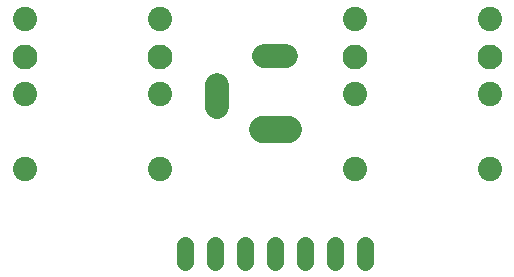
<source format=gbs>
G75*
%MOIN*%
%OFA0B0*%
%FSLAX25Y25*%
%IPPOS*%
%LPD*%
%AMOC8*
5,1,8,0,0,1.08239X$1,22.5*
%
%ADD10C,0.08000*%
%ADD11C,0.09000*%
%ADD12C,0.08077*%
%ADD13C,0.08274*%
%ADD14C,0.05800*%
D10*
X0083833Y0060200D02*
X0083833Y0067800D01*
X0099533Y0077500D02*
X0107133Y0077500D01*
D11*
X0107633Y0053000D02*
X0099033Y0053000D01*
D12*
X0019869Y0039768D03*
X0019869Y0064768D03*
X0019869Y0089768D03*
X0064869Y0089768D03*
X0064869Y0064768D03*
X0064869Y0039768D03*
X0129869Y0039768D03*
X0129869Y0064768D03*
X0129869Y0089768D03*
X0174869Y0089768D03*
X0174869Y0064768D03*
X0174869Y0039768D03*
D13*
X0174869Y0077169D03*
X0129869Y0077169D03*
X0064869Y0077169D03*
X0019869Y0077169D03*
D14*
X0073333Y0014200D02*
X0073333Y0008800D01*
X0083333Y0008800D02*
X0083333Y0014200D01*
X0093333Y0014200D02*
X0093333Y0008800D01*
X0103333Y0008800D02*
X0103333Y0014200D01*
X0113333Y0014200D02*
X0113333Y0008800D01*
X0123333Y0008800D02*
X0123333Y0014200D01*
X0133333Y0014200D02*
X0133333Y0008800D01*
M02*

</source>
